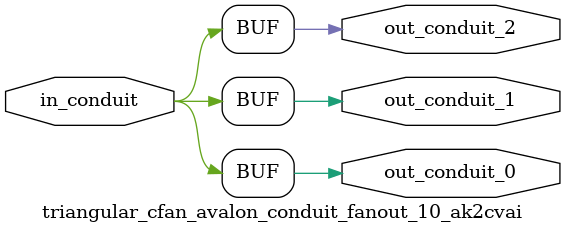
<source format=sv>


 


// --------------------------------------------------------------------------------
//| Avalon Conduit Fan-Out
// --------------------------------------------------------------------------------

// ------------------------------------------
// Generation parameters:
//   output_name:       triangular_cfan_avalon_conduit_fanout_10_ak2cvai
//   numFanOut:         3
//   
// ------------------------------------------

module triangular_cfan_avalon_conduit_fanout_10_ak2cvai (     

// Interface: out_conduit_0
 output                    out_conduit_0,
// Interface: out_conduit_1
 output                    out_conduit_1,
// Interface: out_conduit_2
 output                    out_conduit_2,

// Interface: in_conduit
 input                   in_conduit

);

   assign  out_conduit_0 = in_conduit;
   assign  out_conduit_1 = in_conduit;
   assign  out_conduit_2 = in_conduit;

endmodule //


</source>
